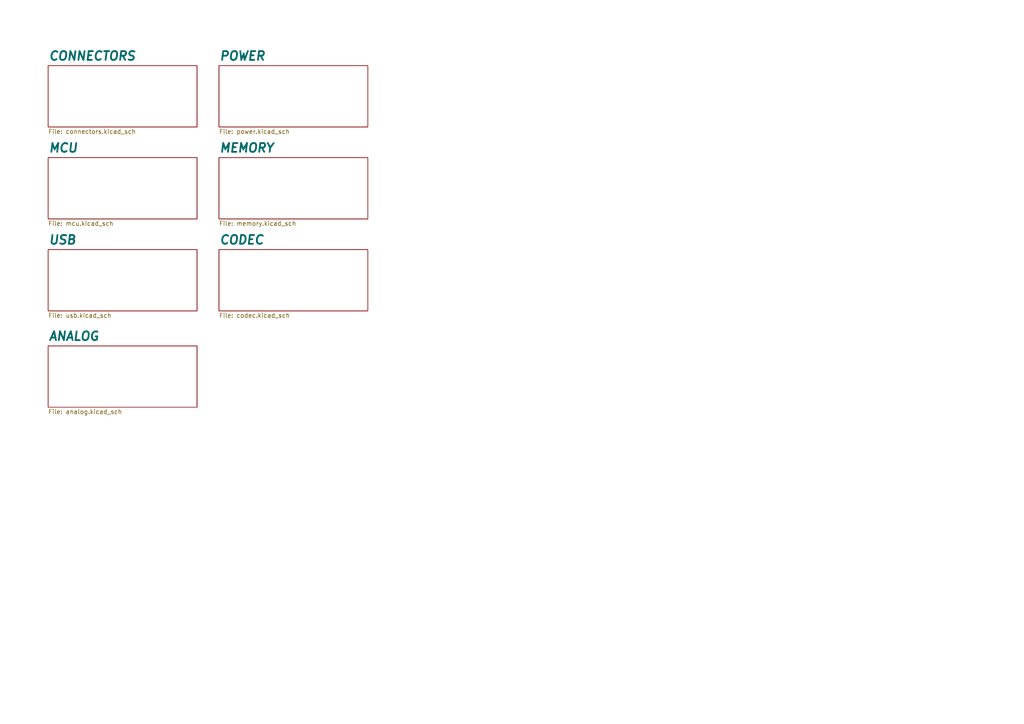
<source format=kicad_sch>
(kicad_sch (version 20230121) (generator eeschema)
  (paper "A4")
  (lib_symbols)
  (sheet (at 13.97 72.39) (size 43.18 17.78) (stroke (width 0.1524))
    (property "Sheetname" "USB" (at 13.97 71.0434 0) (effects (font (size 2.54 2.54) bold italic) (justify left bottom)))
    (property "Sheetfile" "usb.kicad_sch" (at 13.97 90.7546 0) (effects (justify left top)))
  )
  (sheet (at 13.97 19.05) (size 43.18 17.78) (stroke (width 0.1524))
    (property "Sheetname" "CONNECTORS" (at 13.97 17.7034 0) (effects (font (size 2.54 2.54) bold italic) (justify left bottom)))
    (property "Sheetfile" "connectors.kicad_sch" (at 13.97 37.4146 0) (effects (justify left top)))
  )
  (sheet (at 63.5 45.72) (size 43.18 17.78) (stroke (width 0.1524))
    (property "Sheetname" "MEMORY" (at 63.5 44.3734 0) (effects (font (size 2.54 2.54) bold italic) (justify left bottom)))
    (property "Sheetfile" "memory.kicad_sch" (at 63.5 64.0846 0) (effects (justify left top)))
  )
  (sheet (at 13.97 45.72) (size 43.18 17.78) (stroke (width 0.1524))
    (property "Sheetname" "MCU" (at 13.97 44.3734 0) (effects (font (size 2.54 2.54) bold italic) (justify left bottom)))
    (property "Sheetfile" "mcu.kicad_sch" (at 13.97 64.0846 0) (effects (justify left top)))
  )
  (sheet (at 13.97 100.33) (size 43.18 17.78) (stroke (width 0.1524))
    (property "Sheetname" "ANALOG" (at 13.97 98.9834 0) (effects (font (size 2.54 2.54) bold italic) (justify left bottom)))
    (property "Sheetfile" "analog.kicad_sch" (at 13.97 118.6946 0) (effects (justify left top)))
  )
  (sheet (at 63.5 19.05) (size 43.18 17.78) (stroke (width 0.1524))
    (property "Sheetname" "POWER" (at 63.5 17.7034 0) (effects (font (size 2.54 2.54) bold italic) (justify left bottom)))
    (property "Sheetfile" "power.kicad_sch" (at 63.5 37.4146 0) (effects (justify left top)))
  )
  (sheet (at 63.5 72.39) (size 43.18 17.78) (stroke (width 0.1524))
    (property "Sheetname" "CODEC" (at 63.5 71.0434 0) (effects (font (size 2.54 2.54) bold italic) (justify left bottom)))
    (property "Sheetfile" "codec.kicad_sch" (at 63.5 90.7546 0) (effects (justify left top)))
  )
)
</source>
